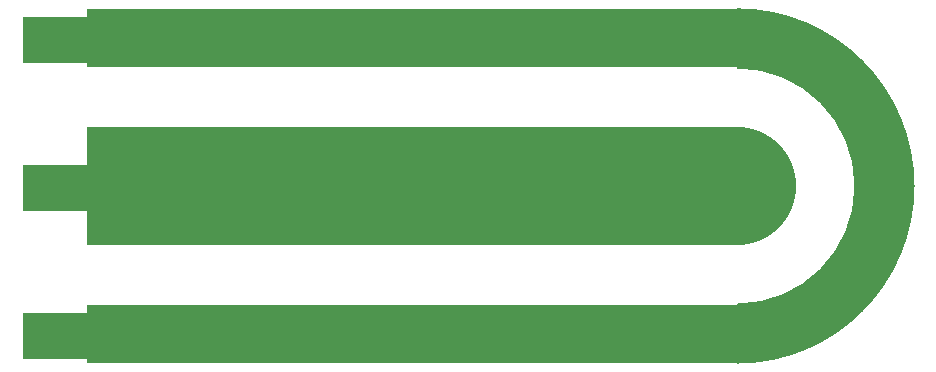
<source format=gbr>
%TF.GenerationSoftware,KiCad,Pcbnew,7.0.5*%
%TF.CreationDate,2024-01-28T13:12:22+09:00*%
%TF.ProjectId,standard_30x80,7374616e-6461-4726-945f-33307838302e,rev?*%
%TF.SameCoordinates,Original*%
%TF.FileFunction,Copper,L1,Top*%
%TF.FilePolarity,Positive*%
%FSLAX46Y46*%
G04 Gerber Fmt 4.6, Leading zero omitted, Abs format (unit mm)*
G04 Created by KiCad (PCBNEW 7.0.5) date 2024-01-28 13:12:22*
%MOMM*%
%LPD*%
G01*
G04 APERTURE LIST*
G04 Aperture macros list*
%AMFreePoly0*
4,1,43,0.000004,5.000004,0.000005,4.994965,0.224324,4.994965,0.671166,4.954749,1.112605,4.874640,1.545085,4.755283,1.965125,4.597639,2.369343,4.402978,2.754485,4.172866,3.117449,3.909157,3.455313,3.613974,3.765357,3.289694,4.045085,2.938926,4.292244,2.564496,4.504844,2.169419,4.681174,1.756874,4.819814,1.330184,4.919648,0.892784,4.979871,0.448197,5.000000,0.000000,
4.979871,-0.448197,4.919648,-0.892784,4.819814,-1.330184,4.681174,-1.756874,4.504844,-2.169419,4.292244,-2.564496,4.045085,-2.938926,3.765357,-3.289694,3.455313,-3.613974,3.117449,-3.909157,2.754485,-4.172866,2.369343,-4.402978,1.965125,-4.597639,1.545085,-4.755283,1.112605,-4.874640,0.671166,-4.954749,0.224324,-4.994965,0.000005,-4.994965,0.000004,-5.000004,-55.000004,-5.000004,
-55.000004,5.000004,0.000000,5.000005,0.000004,5.000004,0.000004,5.000004,$1*%
G04 Aperture macros list end*
%TA.AperFunction,NonConductor*%
%ADD10C,0.001000*%
%TD*%
%TA.AperFunction,SMDPad,CuDef*%
%ADD11FreePoly0,0.000000*%
%TD*%
%TA.AperFunction,ComponentPad*%
%ADD12R,6.000000X4.000000*%
%TD*%
%TA.AperFunction,SMDPad,CuDef*%
%ADD13R,55.000000X5.000000*%
%TD*%
G04 APERTURE END LIST*
D10*
X152000000Y-60000000D02*
X152000000Y-60000000D01*
G75*
G02*
X152000000Y-90000000I0J-15000000D01*
G01*
X152000000Y-85000000D01*
G75*
G03*
X152000000Y-65000000I0J10000000D01*
G01*
X152000000Y-60000000D01*
%TA.AperFunction,NonConductor*%
G36*
X152000000Y-60000000D02*
G01*
X152000000Y-60000000D01*
G75*
G02*
X152000000Y-90000000I0J-15000000D01*
G01*
X152000000Y-85000000D01*
G75*
G03*
X152000000Y-65000000I0J10000000D01*
G01*
X152000000Y-60000000D01*
G37*
%TD.AperFunction*%
D11*
%TO.P,,2,GND*%
%TO.N,N/C*%
X152000000Y-75000000D03*
%TD*%
D12*
%TO.P,REF\u002A\u002A,2*%
%TO.N,N/C*%
X94500000Y-75200000D03*
%TD*%
D13*
%TO.P,,3*%
%TO.N,N/C*%
X124500000Y-87500000D03*
%TD*%
D12*
%TO.P,REF\u002A\u002A,3*%
%TO.N,N/C*%
X94500000Y-87700000D03*
%TD*%
D13*
%TO.P,,1*%
%TO.N,N/C*%
X124500000Y-62500000D03*
%TD*%
D12*
%TO.P,REF\u002A\u002A,1*%
%TO.N,N/C*%
X94500000Y-62600000D03*
%TD*%
M02*

</source>
